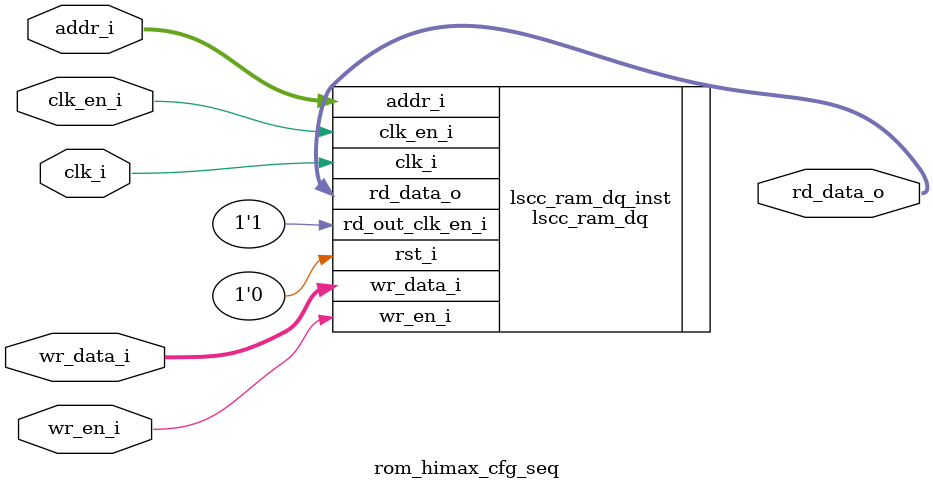
<source format=v>
/*******************************************************************************
    Verilog netlist generated by IPGEN Radiant
    Soft IP Version: 1.0.0
    Wed Mar 20 11:12:28 2019
*******************************************************************************/
/*******************************************************************************
    Include IP core template files.
*******************************************************************************/
`include "core/lscc_ram_dq.v"
/*******************************************************************************
    Wrapper Module generated per user settings.
*******************************************************************************/
module rom_himax_cfg_seq (clk_i, clk_en_i, wr_en_i, wr_data_i, addr_i,
    rd_data_o);
    input  clk_i;
    input  clk_en_i;
    input  wr_en_i;
    input  [15:0]  wr_data_i;
    input  [7:0]  addr_i;
    output  [15:0]  rd_data_o;
    lscc_ram_dq #(.ADDR_DEPTH(256),
        .DATA_WIDTH(16),
        .ADDR_WIDTH(8),
        .REGMODE("noreg"),
        .RESETMODE("sync"),
        .INIT_MODE("mem_file"),
        .INIT_FILE("misc/ram256x16_himax_324x324_seq_fps_rom_himax_cfg_seq_copy.mem"),
        .INIT_FILE_FORMAT("hex"))
    lscc_ram_dq_inst(.clk_i(clk_i),
        .rst_i(1'b0),
        .clk_en_i(clk_en_i),
        .rd_out_clk_en_i(1'b1),
        .wr_en_i(wr_en_i),
        .wr_data_i(wr_data_i),
        .addr_i(addr_i),
        .rd_data_o(rd_data_o));
endmodule
</source>
